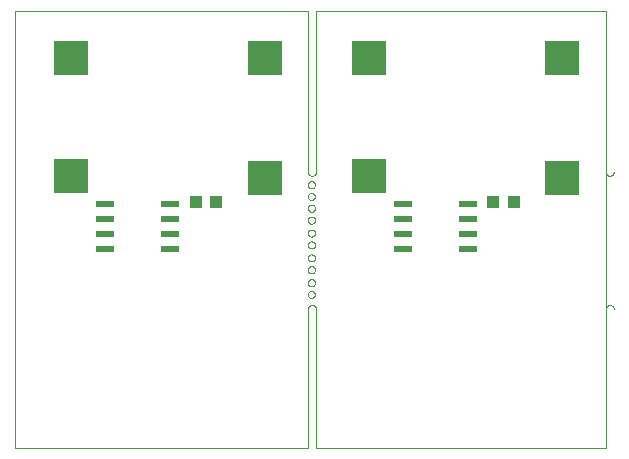
<source format=gbp>
G75*
%MOIN*%
%OFA0B0*%
%FSLAX25Y25*%
%IPPOS*%
%LPD*%
%AMOC8*
5,1,8,0,0,1.08239X$1,22.5*
%
%ADD10C,0.00000*%
%ADD11R,0.11811X0.11811*%
%ADD12R,0.06000X0.02400*%
%ADD13R,0.03937X0.04331*%
D10*
X0003787Y0004287D02*
X0003787Y0149957D01*
X0101425Y0149957D01*
X0101425Y0096413D01*
X0101427Y0096340D01*
X0101433Y0096267D01*
X0101443Y0096194D01*
X0101456Y0096122D01*
X0101474Y0096050D01*
X0101495Y0095980D01*
X0101520Y0095911D01*
X0101548Y0095844D01*
X0101580Y0095778D01*
X0101616Y0095713D01*
X0101655Y0095651D01*
X0101697Y0095591D01*
X0101742Y0095533D01*
X0101790Y0095478D01*
X0101842Y0095426D01*
X0101896Y0095376D01*
X0101952Y0095329D01*
X0102011Y0095285D01*
X0102072Y0095245D01*
X0102135Y0095208D01*
X0102200Y0095174D01*
X0102267Y0095143D01*
X0102336Y0095117D01*
X0102405Y0095094D01*
X0102476Y0095074D01*
X0102548Y0095059D01*
X0102620Y0095047D01*
X0102693Y0095039D01*
X0102766Y0095035D01*
X0102840Y0095035D01*
X0102913Y0095039D01*
X0102986Y0095047D01*
X0103058Y0095059D01*
X0103130Y0095074D01*
X0103201Y0095094D01*
X0103270Y0095117D01*
X0103339Y0095143D01*
X0103406Y0095174D01*
X0103471Y0095208D01*
X0103534Y0095245D01*
X0103595Y0095285D01*
X0103654Y0095329D01*
X0103710Y0095376D01*
X0103764Y0095426D01*
X0103816Y0095478D01*
X0103864Y0095533D01*
X0103909Y0095591D01*
X0103951Y0095651D01*
X0103990Y0095713D01*
X0104026Y0095778D01*
X0104058Y0095844D01*
X0104086Y0095911D01*
X0104111Y0095980D01*
X0104132Y0096050D01*
X0104150Y0096122D01*
X0104163Y0096194D01*
X0104173Y0096267D01*
X0104179Y0096340D01*
X0104181Y0096413D01*
X0104181Y0149957D01*
X0200638Y0149957D01*
X0200638Y0096413D01*
X0200638Y0050744D01*
X0200638Y0004287D01*
X0104181Y0004287D01*
X0104181Y0050744D01*
X0104169Y0050816D01*
X0104153Y0050888D01*
X0104133Y0050959D01*
X0104109Y0051029D01*
X0104082Y0051097D01*
X0104051Y0051164D01*
X0104016Y0051229D01*
X0103978Y0051293D01*
X0103937Y0051354D01*
X0103893Y0051413D01*
X0103846Y0051469D01*
X0103796Y0051523D01*
X0103743Y0051574D01*
X0103687Y0051622D01*
X0103629Y0051668D01*
X0103568Y0051710D01*
X0103506Y0051749D01*
X0103441Y0051784D01*
X0103375Y0051816D01*
X0103307Y0051845D01*
X0103238Y0051869D01*
X0103167Y0051891D01*
X0103095Y0051908D01*
X0103023Y0051921D01*
X0102950Y0051931D01*
X0102877Y0051937D01*
X0102803Y0051939D01*
X0102729Y0051937D01*
X0102656Y0051931D01*
X0102583Y0051921D01*
X0102511Y0051908D01*
X0102439Y0051891D01*
X0102368Y0051869D01*
X0102299Y0051845D01*
X0102231Y0051816D01*
X0102165Y0051784D01*
X0102100Y0051749D01*
X0102038Y0051710D01*
X0101977Y0051668D01*
X0101919Y0051622D01*
X0101863Y0051574D01*
X0101810Y0051523D01*
X0101760Y0051469D01*
X0101713Y0051413D01*
X0101669Y0051354D01*
X0101628Y0051293D01*
X0101590Y0051229D01*
X0101555Y0051164D01*
X0101524Y0051097D01*
X0101497Y0051029D01*
X0101473Y0050959D01*
X0101453Y0050888D01*
X0101437Y0050816D01*
X0101425Y0050744D01*
X0101425Y0004287D01*
X0003787Y0004287D01*
X0101425Y0055469D02*
X0101427Y0055538D01*
X0101433Y0055606D01*
X0101443Y0055674D01*
X0101457Y0055741D01*
X0101475Y0055808D01*
X0101496Y0055873D01*
X0101522Y0055937D01*
X0101551Y0055999D01*
X0101583Y0056059D01*
X0101619Y0056118D01*
X0101659Y0056174D01*
X0101701Y0056228D01*
X0101747Y0056279D01*
X0101796Y0056328D01*
X0101847Y0056374D01*
X0101901Y0056416D01*
X0101957Y0056456D01*
X0102015Y0056492D01*
X0102076Y0056524D01*
X0102138Y0056553D01*
X0102202Y0056579D01*
X0102267Y0056600D01*
X0102334Y0056618D01*
X0102401Y0056632D01*
X0102469Y0056642D01*
X0102537Y0056648D01*
X0102606Y0056650D01*
X0102675Y0056648D01*
X0102743Y0056642D01*
X0102811Y0056632D01*
X0102878Y0056618D01*
X0102945Y0056600D01*
X0103010Y0056579D01*
X0103074Y0056553D01*
X0103136Y0056524D01*
X0103196Y0056492D01*
X0103255Y0056456D01*
X0103311Y0056416D01*
X0103365Y0056374D01*
X0103416Y0056328D01*
X0103465Y0056279D01*
X0103511Y0056228D01*
X0103553Y0056174D01*
X0103593Y0056118D01*
X0103629Y0056059D01*
X0103661Y0055999D01*
X0103690Y0055937D01*
X0103716Y0055873D01*
X0103737Y0055808D01*
X0103755Y0055741D01*
X0103769Y0055674D01*
X0103779Y0055606D01*
X0103785Y0055538D01*
X0103787Y0055469D01*
X0103785Y0055400D01*
X0103779Y0055332D01*
X0103769Y0055264D01*
X0103755Y0055197D01*
X0103737Y0055130D01*
X0103716Y0055065D01*
X0103690Y0055001D01*
X0103661Y0054939D01*
X0103629Y0054878D01*
X0103593Y0054820D01*
X0103553Y0054764D01*
X0103511Y0054710D01*
X0103465Y0054659D01*
X0103416Y0054610D01*
X0103365Y0054564D01*
X0103311Y0054522D01*
X0103255Y0054482D01*
X0103197Y0054446D01*
X0103136Y0054414D01*
X0103074Y0054385D01*
X0103010Y0054359D01*
X0102945Y0054338D01*
X0102878Y0054320D01*
X0102811Y0054306D01*
X0102743Y0054296D01*
X0102675Y0054290D01*
X0102606Y0054288D01*
X0102537Y0054290D01*
X0102469Y0054296D01*
X0102401Y0054306D01*
X0102334Y0054320D01*
X0102267Y0054338D01*
X0102202Y0054359D01*
X0102138Y0054385D01*
X0102076Y0054414D01*
X0102015Y0054446D01*
X0101957Y0054482D01*
X0101901Y0054522D01*
X0101847Y0054564D01*
X0101796Y0054610D01*
X0101747Y0054659D01*
X0101701Y0054710D01*
X0101659Y0054764D01*
X0101619Y0054820D01*
X0101583Y0054878D01*
X0101551Y0054939D01*
X0101522Y0055001D01*
X0101496Y0055065D01*
X0101475Y0055130D01*
X0101457Y0055197D01*
X0101443Y0055264D01*
X0101433Y0055332D01*
X0101427Y0055400D01*
X0101425Y0055469D01*
X0101425Y0059406D02*
X0101427Y0059475D01*
X0101433Y0059543D01*
X0101443Y0059611D01*
X0101457Y0059678D01*
X0101475Y0059745D01*
X0101496Y0059810D01*
X0101522Y0059874D01*
X0101551Y0059936D01*
X0101583Y0059996D01*
X0101619Y0060055D01*
X0101659Y0060111D01*
X0101701Y0060165D01*
X0101747Y0060216D01*
X0101796Y0060265D01*
X0101847Y0060311D01*
X0101901Y0060353D01*
X0101957Y0060393D01*
X0102015Y0060429D01*
X0102076Y0060461D01*
X0102138Y0060490D01*
X0102202Y0060516D01*
X0102267Y0060537D01*
X0102334Y0060555D01*
X0102401Y0060569D01*
X0102469Y0060579D01*
X0102537Y0060585D01*
X0102606Y0060587D01*
X0102675Y0060585D01*
X0102743Y0060579D01*
X0102811Y0060569D01*
X0102878Y0060555D01*
X0102945Y0060537D01*
X0103010Y0060516D01*
X0103074Y0060490D01*
X0103136Y0060461D01*
X0103196Y0060429D01*
X0103255Y0060393D01*
X0103311Y0060353D01*
X0103365Y0060311D01*
X0103416Y0060265D01*
X0103465Y0060216D01*
X0103511Y0060165D01*
X0103553Y0060111D01*
X0103593Y0060055D01*
X0103629Y0059996D01*
X0103661Y0059936D01*
X0103690Y0059874D01*
X0103716Y0059810D01*
X0103737Y0059745D01*
X0103755Y0059678D01*
X0103769Y0059611D01*
X0103779Y0059543D01*
X0103785Y0059475D01*
X0103787Y0059406D01*
X0103785Y0059337D01*
X0103779Y0059269D01*
X0103769Y0059201D01*
X0103755Y0059134D01*
X0103737Y0059067D01*
X0103716Y0059002D01*
X0103690Y0058938D01*
X0103661Y0058876D01*
X0103629Y0058815D01*
X0103593Y0058757D01*
X0103553Y0058701D01*
X0103511Y0058647D01*
X0103465Y0058596D01*
X0103416Y0058547D01*
X0103365Y0058501D01*
X0103311Y0058459D01*
X0103255Y0058419D01*
X0103197Y0058383D01*
X0103136Y0058351D01*
X0103074Y0058322D01*
X0103010Y0058296D01*
X0102945Y0058275D01*
X0102878Y0058257D01*
X0102811Y0058243D01*
X0102743Y0058233D01*
X0102675Y0058227D01*
X0102606Y0058225D01*
X0102537Y0058227D01*
X0102469Y0058233D01*
X0102401Y0058243D01*
X0102334Y0058257D01*
X0102267Y0058275D01*
X0102202Y0058296D01*
X0102138Y0058322D01*
X0102076Y0058351D01*
X0102015Y0058383D01*
X0101957Y0058419D01*
X0101901Y0058459D01*
X0101847Y0058501D01*
X0101796Y0058547D01*
X0101747Y0058596D01*
X0101701Y0058647D01*
X0101659Y0058701D01*
X0101619Y0058757D01*
X0101583Y0058815D01*
X0101551Y0058876D01*
X0101522Y0058938D01*
X0101496Y0059002D01*
X0101475Y0059067D01*
X0101457Y0059134D01*
X0101443Y0059201D01*
X0101433Y0059269D01*
X0101427Y0059337D01*
X0101425Y0059406D01*
X0101425Y0063736D02*
X0101427Y0063805D01*
X0101433Y0063873D01*
X0101443Y0063941D01*
X0101457Y0064008D01*
X0101475Y0064075D01*
X0101496Y0064140D01*
X0101522Y0064204D01*
X0101551Y0064266D01*
X0101583Y0064326D01*
X0101619Y0064385D01*
X0101659Y0064441D01*
X0101701Y0064495D01*
X0101747Y0064546D01*
X0101796Y0064595D01*
X0101847Y0064641D01*
X0101901Y0064683D01*
X0101957Y0064723D01*
X0102015Y0064759D01*
X0102076Y0064791D01*
X0102138Y0064820D01*
X0102202Y0064846D01*
X0102267Y0064867D01*
X0102334Y0064885D01*
X0102401Y0064899D01*
X0102469Y0064909D01*
X0102537Y0064915D01*
X0102606Y0064917D01*
X0102675Y0064915D01*
X0102743Y0064909D01*
X0102811Y0064899D01*
X0102878Y0064885D01*
X0102945Y0064867D01*
X0103010Y0064846D01*
X0103074Y0064820D01*
X0103136Y0064791D01*
X0103196Y0064759D01*
X0103255Y0064723D01*
X0103311Y0064683D01*
X0103365Y0064641D01*
X0103416Y0064595D01*
X0103465Y0064546D01*
X0103511Y0064495D01*
X0103553Y0064441D01*
X0103593Y0064385D01*
X0103629Y0064326D01*
X0103661Y0064266D01*
X0103690Y0064204D01*
X0103716Y0064140D01*
X0103737Y0064075D01*
X0103755Y0064008D01*
X0103769Y0063941D01*
X0103779Y0063873D01*
X0103785Y0063805D01*
X0103787Y0063736D01*
X0103785Y0063667D01*
X0103779Y0063599D01*
X0103769Y0063531D01*
X0103755Y0063464D01*
X0103737Y0063397D01*
X0103716Y0063332D01*
X0103690Y0063268D01*
X0103661Y0063206D01*
X0103629Y0063145D01*
X0103593Y0063087D01*
X0103553Y0063031D01*
X0103511Y0062977D01*
X0103465Y0062926D01*
X0103416Y0062877D01*
X0103365Y0062831D01*
X0103311Y0062789D01*
X0103255Y0062749D01*
X0103197Y0062713D01*
X0103136Y0062681D01*
X0103074Y0062652D01*
X0103010Y0062626D01*
X0102945Y0062605D01*
X0102878Y0062587D01*
X0102811Y0062573D01*
X0102743Y0062563D01*
X0102675Y0062557D01*
X0102606Y0062555D01*
X0102537Y0062557D01*
X0102469Y0062563D01*
X0102401Y0062573D01*
X0102334Y0062587D01*
X0102267Y0062605D01*
X0102202Y0062626D01*
X0102138Y0062652D01*
X0102076Y0062681D01*
X0102015Y0062713D01*
X0101957Y0062749D01*
X0101901Y0062789D01*
X0101847Y0062831D01*
X0101796Y0062877D01*
X0101747Y0062926D01*
X0101701Y0062977D01*
X0101659Y0063031D01*
X0101619Y0063087D01*
X0101583Y0063145D01*
X0101551Y0063206D01*
X0101522Y0063268D01*
X0101496Y0063332D01*
X0101475Y0063397D01*
X0101457Y0063464D01*
X0101443Y0063531D01*
X0101433Y0063599D01*
X0101427Y0063667D01*
X0101425Y0063736D01*
X0101425Y0067673D02*
X0101427Y0067742D01*
X0101433Y0067810D01*
X0101443Y0067878D01*
X0101457Y0067945D01*
X0101475Y0068012D01*
X0101496Y0068077D01*
X0101522Y0068141D01*
X0101551Y0068203D01*
X0101583Y0068263D01*
X0101619Y0068322D01*
X0101659Y0068378D01*
X0101701Y0068432D01*
X0101747Y0068483D01*
X0101796Y0068532D01*
X0101847Y0068578D01*
X0101901Y0068620D01*
X0101957Y0068660D01*
X0102015Y0068696D01*
X0102076Y0068728D01*
X0102138Y0068757D01*
X0102202Y0068783D01*
X0102267Y0068804D01*
X0102334Y0068822D01*
X0102401Y0068836D01*
X0102469Y0068846D01*
X0102537Y0068852D01*
X0102606Y0068854D01*
X0102675Y0068852D01*
X0102743Y0068846D01*
X0102811Y0068836D01*
X0102878Y0068822D01*
X0102945Y0068804D01*
X0103010Y0068783D01*
X0103074Y0068757D01*
X0103136Y0068728D01*
X0103196Y0068696D01*
X0103255Y0068660D01*
X0103311Y0068620D01*
X0103365Y0068578D01*
X0103416Y0068532D01*
X0103465Y0068483D01*
X0103511Y0068432D01*
X0103553Y0068378D01*
X0103593Y0068322D01*
X0103629Y0068263D01*
X0103661Y0068203D01*
X0103690Y0068141D01*
X0103716Y0068077D01*
X0103737Y0068012D01*
X0103755Y0067945D01*
X0103769Y0067878D01*
X0103779Y0067810D01*
X0103785Y0067742D01*
X0103787Y0067673D01*
X0103785Y0067604D01*
X0103779Y0067536D01*
X0103769Y0067468D01*
X0103755Y0067401D01*
X0103737Y0067334D01*
X0103716Y0067269D01*
X0103690Y0067205D01*
X0103661Y0067143D01*
X0103629Y0067082D01*
X0103593Y0067024D01*
X0103553Y0066968D01*
X0103511Y0066914D01*
X0103465Y0066863D01*
X0103416Y0066814D01*
X0103365Y0066768D01*
X0103311Y0066726D01*
X0103255Y0066686D01*
X0103197Y0066650D01*
X0103136Y0066618D01*
X0103074Y0066589D01*
X0103010Y0066563D01*
X0102945Y0066542D01*
X0102878Y0066524D01*
X0102811Y0066510D01*
X0102743Y0066500D01*
X0102675Y0066494D01*
X0102606Y0066492D01*
X0102537Y0066494D01*
X0102469Y0066500D01*
X0102401Y0066510D01*
X0102334Y0066524D01*
X0102267Y0066542D01*
X0102202Y0066563D01*
X0102138Y0066589D01*
X0102076Y0066618D01*
X0102015Y0066650D01*
X0101957Y0066686D01*
X0101901Y0066726D01*
X0101847Y0066768D01*
X0101796Y0066814D01*
X0101747Y0066863D01*
X0101701Y0066914D01*
X0101659Y0066968D01*
X0101619Y0067024D01*
X0101583Y0067082D01*
X0101551Y0067143D01*
X0101522Y0067205D01*
X0101496Y0067269D01*
X0101475Y0067334D01*
X0101457Y0067401D01*
X0101443Y0067468D01*
X0101433Y0067536D01*
X0101427Y0067604D01*
X0101425Y0067673D01*
X0101425Y0072004D02*
X0101427Y0072073D01*
X0101433Y0072141D01*
X0101443Y0072209D01*
X0101457Y0072276D01*
X0101475Y0072343D01*
X0101496Y0072408D01*
X0101522Y0072472D01*
X0101551Y0072534D01*
X0101583Y0072594D01*
X0101619Y0072653D01*
X0101659Y0072709D01*
X0101701Y0072763D01*
X0101747Y0072814D01*
X0101796Y0072863D01*
X0101847Y0072909D01*
X0101901Y0072951D01*
X0101957Y0072991D01*
X0102015Y0073027D01*
X0102076Y0073059D01*
X0102138Y0073088D01*
X0102202Y0073114D01*
X0102267Y0073135D01*
X0102334Y0073153D01*
X0102401Y0073167D01*
X0102469Y0073177D01*
X0102537Y0073183D01*
X0102606Y0073185D01*
X0102675Y0073183D01*
X0102743Y0073177D01*
X0102811Y0073167D01*
X0102878Y0073153D01*
X0102945Y0073135D01*
X0103010Y0073114D01*
X0103074Y0073088D01*
X0103136Y0073059D01*
X0103196Y0073027D01*
X0103255Y0072991D01*
X0103311Y0072951D01*
X0103365Y0072909D01*
X0103416Y0072863D01*
X0103465Y0072814D01*
X0103511Y0072763D01*
X0103553Y0072709D01*
X0103593Y0072653D01*
X0103629Y0072594D01*
X0103661Y0072534D01*
X0103690Y0072472D01*
X0103716Y0072408D01*
X0103737Y0072343D01*
X0103755Y0072276D01*
X0103769Y0072209D01*
X0103779Y0072141D01*
X0103785Y0072073D01*
X0103787Y0072004D01*
X0103785Y0071935D01*
X0103779Y0071867D01*
X0103769Y0071799D01*
X0103755Y0071732D01*
X0103737Y0071665D01*
X0103716Y0071600D01*
X0103690Y0071536D01*
X0103661Y0071474D01*
X0103629Y0071413D01*
X0103593Y0071355D01*
X0103553Y0071299D01*
X0103511Y0071245D01*
X0103465Y0071194D01*
X0103416Y0071145D01*
X0103365Y0071099D01*
X0103311Y0071057D01*
X0103255Y0071017D01*
X0103197Y0070981D01*
X0103136Y0070949D01*
X0103074Y0070920D01*
X0103010Y0070894D01*
X0102945Y0070873D01*
X0102878Y0070855D01*
X0102811Y0070841D01*
X0102743Y0070831D01*
X0102675Y0070825D01*
X0102606Y0070823D01*
X0102537Y0070825D01*
X0102469Y0070831D01*
X0102401Y0070841D01*
X0102334Y0070855D01*
X0102267Y0070873D01*
X0102202Y0070894D01*
X0102138Y0070920D01*
X0102076Y0070949D01*
X0102015Y0070981D01*
X0101957Y0071017D01*
X0101901Y0071057D01*
X0101847Y0071099D01*
X0101796Y0071145D01*
X0101747Y0071194D01*
X0101701Y0071245D01*
X0101659Y0071299D01*
X0101619Y0071355D01*
X0101583Y0071413D01*
X0101551Y0071474D01*
X0101522Y0071536D01*
X0101496Y0071600D01*
X0101475Y0071665D01*
X0101457Y0071732D01*
X0101443Y0071799D01*
X0101433Y0071867D01*
X0101427Y0071935D01*
X0101425Y0072004D01*
X0101425Y0075941D02*
X0101427Y0076010D01*
X0101433Y0076078D01*
X0101443Y0076146D01*
X0101457Y0076213D01*
X0101475Y0076280D01*
X0101496Y0076345D01*
X0101522Y0076409D01*
X0101551Y0076471D01*
X0101583Y0076531D01*
X0101619Y0076590D01*
X0101659Y0076646D01*
X0101701Y0076700D01*
X0101747Y0076751D01*
X0101796Y0076800D01*
X0101847Y0076846D01*
X0101901Y0076888D01*
X0101957Y0076928D01*
X0102015Y0076964D01*
X0102076Y0076996D01*
X0102138Y0077025D01*
X0102202Y0077051D01*
X0102267Y0077072D01*
X0102334Y0077090D01*
X0102401Y0077104D01*
X0102469Y0077114D01*
X0102537Y0077120D01*
X0102606Y0077122D01*
X0102675Y0077120D01*
X0102743Y0077114D01*
X0102811Y0077104D01*
X0102878Y0077090D01*
X0102945Y0077072D01*
X0103010Y0077051D01*
X0103074Y0077025D01*
X0103136Y0076996D01*
X0103196Y0076964D01*
X0103255Y0076928D01*
X0103311Y0076888D01*
X0103365Y0076846D01*
X0103416Y0076800D01*
X0103465Y0076751D01*
X0103511Y0076700D01*
X0103553Y0076646D01*
X0103593Y0076590D01*
X0103629Y0076531D01*
X0103661Y0076471D01*
X0103690Y0076409D01*
X0103716Y0076345D01*
X0103737Y0076280D01*
X0103755Y0076213D01*
X0103769Y0076146D01*
X0103779Y0076078D01*
X0103785Y0076010D01*
X0103787Y0075941D01*
X0103785Y0075872D01*
X0103779Y0075804D01*
X0103769Y0075736D01*
X0103755Y0075669D01*
X0103737Y0075602D01*
X0103716Y0075537D01*
X0103690Y0075473D01*
X0103661Y0075411D01*
X0103629Y0075350D01*
X0103593Y0075292D01*
X0103553Y0075236D01*
X0103511Y0075182D01*
X0103465Y0075131D01*
X0103416Y0075082D01*
X0103365Y0075036D01*
X0103311Y0074994D01*
X0103255Y0074954D01*
X0103197Y0074918D01*
X0103136Y0074886D01*
X0103074Y0074857D01*
X0103010Y0074831D01*
X0102945Y0074810D01*
X0102878Y0074792D01*
X0102811Y0074778D01*
X0102743Y0074768D01*
X0102675Y0074762D01*
X0102606Y0074760D01*
X0102537Y0074762D01*
X0102469Y0074768D01*
X0102401Y0074778D01*
X0102334Y0074792D01*
X0102267Y0074810D01*
X0102202Y0074831D01*
X0102138Y0074857D01*
X0102076Y0074886D01*
X0102015Y0074918D01*
X0101957Y0074954D01*
X0101901Y0074994D01*
X0101847Y0075036D01*
X0101796Y0075082D01*
X0101747Y0075131D01*
X0101701Y0075182D01*
X0101659Y0075236D01*
X0101619Y0075292D01*
X0101583Y0075350D01*
X0101551Y0075411D01*
X0101522Y0075473D01*
X0101496Y0075537D01*
X0101475Y0075602D01*
X0101457Y0075669D01*
X0101443Y0075736D01*
X0101433Y0075804D01*
X0101427Y0075872D01*
X0101425Y0075941D01*
X0101425Y0080272D02*
X0101427Y0080341D01*
X0101433Y0080409D01*
X0101443Y0080477D01*
X0101457Y0080544D01*
X0101475Y0080611D01*
X0101496Y0080676D01*
X0101522Y0080740D01*
X0101551Y0080802D01*
X0101583Y0080862D01*
X0101619Y0080921D01*
X0101659Y0080977D01*
X0101701Y0081031D01*
X0101747Y0081082D01*
X0101796Y0081131D01*
X0101847Y0081177D01*
X0101901Y0081219D01*
X0101957Y0081259D01*
X0102015Y0081295D01*
X0102076Y0081327D01*
X0102138Y0081356D01*
X0102202Y0081382D01*
X0102267Y0081403D01*
X0102334Y0081421D01*
X0102401Y0081435D01*
X0102469Y0081445D01*
X0102537Y0081451D01*
X0102606Y0081453D01*
X0102675Y0081451D01*
X0102743Y0081445D01*
X0102811Y0081435D01*
X0102878Y0081421D01*
X0102945Y0081403D01*
X0103010Y0081382D01*
X0103074Y0081356D01*
X0103136Y0081327D01*
X0103196Y0081295D01*
X0103255Y0081259D01*
X0103311Y0081219D01*
X0103365Y0081177D01*
X0103416Y0081131D01*
X0103465Y0081082D01*
X0103511Y0081031D01*
X0103553Y0080977D01*
X0103593Y0080921D01*
X0103629Y0080862D01*
X0103661Y0080802D01*
X0103690Y0080740D01*
X0103716Y0080676D01*
X0103737Y0080611D01*
X0103755Y0080544D01*
X0103769Y0080477D01*
X0103779Y0080409D01*
X0103785Y0080341D01*
X0103787Y0080272D01*
X0103785Y0080203D01*
X0103779Y0080135D01*
X0103769Y0080067D01*
X0103755Y0080000D01*
X0103737Y0079933D01*
X0103716Y0079868D01*
X0103690Y0079804D01*
X0103661Y0079742D01*
X0103629Y0079681D01*
X0103593Y0079623D01*
X0103553Y0079567D01*
X0103511Y0079513D01*
X0103465Y0079462D01*
X0103416Y0079413D01*
X0103365Y0079367D01*
X0103311Y0079325D01*
X0103255Y0079285D01*
X0103197Y0079249D01*
X0103136Y0079217D01*
X0103074Y0079188D01*
X0103010Y0079162D01*
X0102945Y0079141D01*
X0102878Y0079123D01*
X0102811Y0079109D01*
X0102743Y0079099D01*
X0102675Y0079093D01*
X0102606Y0079091D01*
X0102537Y0079093D01*
X0102469Y0079099D01*
X0102401Y0079109D01*
X0102334Y0079123D01*
X0102267Y0079141D01*
X0102202Y0079162D01*
X0102138Y0079188D01*
X0102076Y0079217D01*
X0102015Y0079249D01*
X0101957Y0079285D01*
X0101901Y0079325D01*
X0101847Y0079367D01*
X0101796Y0079413D01*
X0101747Y0079462D01*
X0101701Y0079513D01*
X0101659Y0079567D01*
X0101619Y0079623D01*
X0101583Y0079681D01*
X0101551Y0079742D01*
X0101522Y0079804D01*
X0101496Y0079868D01*
X0101475Y0079933D01*
X0101457Y0080000D01*
X0101443Y0080067D01*
X0101433Y0080135D01*
X0101427Y0080203D01*
X0101425Y0080272D01*
X0101425Y0084209D02*
X0101427Y0084278D01*
X0101433Y0084346D01*
X0101443Y0084414D01*
X0101457Y0084481D01*
X0101475Y0084548D01*
X0101496Y0084613D01*
X0101522Y0084677D01*
X0101551Y0084739D01*
X0101583Y0084799D01*
X0101619Y0084858D01*
X0101659Y0084914D01*
X0101701Y0084968D01*
X0101747Y0085019D01*
X0101796Y0085068D01*
X0101847Y0085114D01*
X0101901Y0085156D01*
X0101957Y0085196D01*
X0102015Y0085232D01*
X0102076Y0085264D01*
X0102138Y0085293D01*
X0102202Y0085319D01*
X0102267Y0085340D01*
X0102334Y0085358D01*
X0102401Y0085372D01*
X0102469Y0085382D01*
X0102537Y0085388D01*
X0102606Y0085390D01*
X0102675Y0085388D01*
X0102743Y0085382D01*
X0102811Y0085372D01*
X0102878Y0085358D01*
X0102945Y0085340D01*
X0103010Y0085319D01*
X0103074Y0085293D01*
X0103136Y0085264D01*
X0103196Y0085232D01*
X0103255Y0085196D01*
X0103311Y0085156D01*
X0103365Y0085114D01*
X0103416Y0085068D01*
X0103465Y0085019D01*
X0103511Y0084968D01*
X0103553Y0084914D01*
X0103593Y0084858D01*
X0103629Y0084799D01*
X0103661Y0084739D01*
X0103690Y0084677D01*
X0103716Y0084613D01*
X0103737Y0084548D01*
X0103755Y0084481D01*
X0103769Y0084414D01*
X0103779Y0084346D01*
X0103785Y0084278D01*
X0103787Y0084209D01*
X0103785Y0084140D01*
X0103779Y0084072D01*
X0103769Y0084004D01*
X0103755Y0083937D01*
X0103737Y0083870D01*
X0103716Y0083805D01*
X0103690Y0083741D01*
X0103661Y0083679D01*
X0103629Y0083618D01*
X0103593Y0083560D01*
X0103553Y0083504D01*
X0103511Y0083450D01*
X0103465Y0083399D01*
X0103416Y0083350D01*
X0103365Y0083304D01*
X0103311Y0083262D01*
X0103255Y0083222D01*
X0103197Y0083186D01*
X0103136Y0083154D01*
X0103074Y0083125D01*
X0103010Y0083099D01*
X0102945Y0083078D01*
X0102878Y0083060D01*
X0102811Y0083046D01*
X0102743Y0083036D01*
X0102675Y0083030D01*
X0102606Y0083028D01*
X0102537Y0083030D01*
X0102469Y0083036D01*
X0102401Y0083046D01*
X0102334Y0083060D01*
X0102267Y0083078D01*
X0102202Y0083099D01*
X0102138Y0083125D01*
X0102076Y0083154D01*
X0102015Y0083186D01*
X0101957Y0083222D01*
X0101901Y0083262D01*
X0101847Y0083304D01*
X0101796Y0083350D01*
X0101747Y0083399D01*
X0101701Y0083450D01*
X0101659Y0083504D01*
X0101619Y0083560D01*
X0101583Y0083618D01*
X0101551Y0083679D01*
X0101522Y0083741D01*
X0101496Y0083805D01*
X0101475Y0083870D01*
X0101457Y0083937D01*
X0101443Y0084004D01*
X0101433Y0084072D01*
X0101427Y0084140D01*
X0101425Y0084209D01*
X0101425Y0088146D02*
X0101427Y0088215D01*
X0101433Y0088283D01*
X0101443Y0088351D01*
X0101457Y0088418D01*
X0101475Y0088485D01*
X0101496Y0088550D01*
X0101522Y0088614D01*
X0101551Y0088676D01*
X0101583Y0088736D01*
X0101619Y0088795D01*
X0101659Y0088851D01*
X0101701Y0088905D01*
X0101747Y0088956D01*
X0101796Y0089005D01*
X0101847Y0089051D01*
X0101901Y0089093D01*
X0101957Y0089133D01*
X0102015Y0089169D01*
X0102076Y0089201D01*
X0102138Y0089230D01*
X0102202Y0089256D01*
X0102267Y0089277D01*
X0102334Y0089295D01*
X0102401Y0089309D01*
X0102469Y0089319D01*
X0102537Y0089325D01*
X0102606Y0089327D01*
X0102675Y0089325D01*
X0102743Y0089319D01*
X0102811Y0089309D01*
X0102878Y0089295D01*
X0102945Y0089277D01*
X0103010Y0089256D01*
X0103074Y0089230D01*
X0103136Y0089201D01*
X0103196Y0089169D01*
X0103255Y0089133D01*
X0103311Y0089093D01*
X0103365Y0089051D01*
X0103416Y0089005D01*
X0103465Y0088956D01*
X0103511Y0088905D01*
X0103553Y0088851D01*
X0103593Y0088795D01*
X0103629Y0088736D01*
X0103661Y0088676D01*
X0103690Y0088614D01*
X0103716Y0088550D01*
X0103737Y0088485D01*
X0103755Y0088418D01*
X0103769Y0088351D01*
X0103779Y0088283D01*
X0103785Y0088215D01*
X0103787Y0088146D01*
X0103785Y0088077D01*
X0103779Y0088009D01*
X0103769Y0087941D01*
X0103755Y0087874D01*
X0103737Y0087807D01*
X0103716Y0087742D01*
X0103690Y0087678D01*
X0103661Y0087616D01*
X0103629Y0087555D01*
X0103593Y0087497D01*
X0103553Y0087441D01*
X0103511Y0087387D01*
X0103465Y0087336D01*
X0103416Y0087287D01*
X0103365Y0087241D01*
X0103311Y0087199D01*
X0103255Y0087159D01*
X0103197Y0087123D01*
X0103136Y0087091D01*
X0103074Y0087062D01*
X0103010Y0087036D01*
X0102945Y0087015D01*
X0102878Y0086997D01*
X0102811Y0086983D01*
X0102743Y0086973D01*
X0102675Y0086967D01*
X0102606Y0086965D01*
X0102537Y0086967D01*
X0102469Y0086973D01*
X0102401Y0086983D01*
X0102334Y0086997D01*
X0102267Y0087015D01*
X0102202Y0087036D01*
X0102138Y0087062D01*
X0102076Y0087091D01*
X0102015Y0087123D01*
X0101957Y0087159D01*
X0101901Y0087199D01*
X0101847Y0087241D01*
X0101796Y0087287D01*
X0101747Y0087336D01*
X0101701Y0087387D01*
X0101659Y0087441D01*
X0101619Y0087497D01*
X0101583Y0087555D01*
X0101551Y0087616D01*
X0101522Y0087678D01*
X0101496Y0087742D01*
X0101475Y0087807D01*
X0101457Y0087874D01*
X0101443Y0087941D01*
X0101433Y0088009D01*
X0101427Y0088077D01*
X0101425Y0088146D01*
X0101425Y0092083D02*
X0101427Y0092152D01*
X0101433Y0092220D01*
X0101443Y0092288D01*
X0101457Y0092355D01*
X0101475Y0092422D01*
X0101496Y0092487D01*
X0101522Y0092551D01*
X0101551Y0092613D01*
X0101583Y0092673D01*
X0101619Y0092732D01*
X0101659Y0092788D01*
X0101701Y0092842D01*
X0101747Y0092893D01*
X0101796Y0092942D01*
X0101847Y0092988D01*
X0101901Y0093030D01*
X0101957Y0093070D01*
X0102015Y0093106D01*
X0102076Y0093138D01*
X0102138Y0093167D01*
X0102202Y0093193D01*
X0102267Y0093214D01*
X0102334Y0093232D01*
X0102401Y0093246D01*
X0102469Y0093256D01*
X0102537Y0093262D01*
X0102606Y0093264D01*
X0102675Y0093262D01*
X0102743Y0093256D01*
X0102811Y0093246D01*
X0102878Y0093232D01*
X0102945Y0093214D01*
X0103010Y0093193D01*
X0103074Y0093167D01*
X0103136Y0093138D01*
X0103196Y0093106D01*
X0103255Y0093070D01*
X0103311Y0093030D01*
X0103365Y0092988D01*
X0103416Y0092942D01*
X0103465Y0092893D01*
X0103511Y0092842D01*
X0103553Y0092788D01*
X0103593Y0092732D01*
X0103629Y0092673D01*
X0103661Y0092613D01*
X0103690Y0092551D01*
X0103716Y0092487D01*
X0103737Y0092422D01*
X0103755Y0092355D01*
X0103769Y0092288D01*
X0103779Y0092220D01*
X0103785Y0092152D01*
X0103787Y0092083D01*
X0103785Y0092014D01*
X0103779Y0091946D01*
X0103769Y0091878D01*
X0103755Y0091811D01*
X0103737Y0091744D01*
X0103716Y0091679D01*
X0103690Y0091615D01*
X0103661Y0091553D01*
X0103629Y0091492D01*
X0103593Y0091434D01*
X0103553Y0091378D01*
X0103511Y0091324D01*
X0103465Y0091273D01*
X0103416Y0091224D01*
X0103365Y0091178D01*
X0103311Y0091136D01*
X0103255Y0091096D01*
X0103197Y0091060D01*
X0103136Y0091028D01*
X0103074Y0090999D01*
X0103010Y0090973D01*
X0102945Y0090952D01*
X0102878Y0090934D01*
X0102811Y0090920D01*
X0102743Y0090910D01*
X0102675Y0090904D01*
X0102606Y0090902D01*
X0102537Y0090904D01*
X0102469Y0090910D01*
X0102401Y0090920D01*
X0102334Y0090934D01*
X0102267Y0090952D01*
X0102202Y0090973D01*
X0102138Y0090999D01*
X0102076Y0091028D01*
X0102015Y0091060D01*
X0101957Y0091096D01*
X0101901Y0091136D01*
X0101847Y0091178D01*
X0101796Y0091224D01*
X0101747Y0091273D01*
X0101701Y0091324D01*
X0101659Y0091378D01*
X0101619Y0091434D01*
X0101583Y0091492D01*
X0101551Y0091553D01*
X0101522Y0091615D01*
X0101496Y0091679D01*
X0101475Y0091744D01*
X0101457Y0091811D01*
X0101443Y0091878D01*
X0101433Y0091946D01*
X0101427Y0092014D01*
X0101425Y0092083D01*
X0200638Y0096413D02*
X0200640Y0096340D01*
X0200646Y0096267D01*
X0200656Y0096194D01*
X0200669Y0096122D01*
X0200687Y0096050D01*
X0200708Y0095980D01*
X0200733Y0095911D01*
X0200761Y0095844D01*
X0200793Y0095778D01*
X0200829Y0095713D01*
X0200868Y0095651D01*
X0200910Y0095591D01*
X0200955Y0095533D01*
X0201003Y0095478D01*
X0201055Y0095426D01*
X0201109Y0095376D01*
X0201165Y0095329D01*
X0201224Y0095285D01*
X0201285Y0095245D01*
X0201348Y0095208D01*
X0201413Y0095174D01*
X0201480Y0095143D01*
X0201549Y0095117D01*
X0201618Y0095094D01*
X0201689Y0095074D01*
X0201761Y0095059D01*
X0201833Y0095047D01*
X0201906Y0095039D01*
X0201979Y0095035D01*
X0202053Y0095035D01*
X0202126Y0095039D01*
X0202199Y0095047D01*
X0202271Y0095059D01*
X0202343Y0095074D01*
X0202414Y0095094D01*
X0202483Y0095117D01*
X0202552Y0095143D01*
X0202619Y0095174D01*
X0202684Y0095208D01*
X0202747Y0095245D01*
X0202808Y0095285D01*
X0202867Y0095329D01*
X0202923Y0095376D01*
X0202977Y0095426D01*
X0203029Y0095478D01*
X0203077Y0095533D01*
X0203122Y0095591D01*
X0203164Y0095651D01*
X0203203Y0095713D01*
X0203239Y0095778D01*
X0203271Y0095844D01*
X0203299Y0095911D01*
X0203324Y0095980D01*
X0203345Y0096050D01*
X0203363Y0096122D01*
X0203376Y0096194D01*
X0203386Y0096267D01*
X0203392Y0096340D01*
X0203394Y0096413D01*
X0203394Y0050744D02*
X0203382Y0050816D01*
X0203366Y0050888D01*
X0203346Y0050959D01*
X0203322Y0051029D01*
X0203295Y0051097D01*
X0203264Y0051164D01*
X0203229Y0051229D01*
X0203191Y0051293D01*
X0203150Y0051354D01*
X0203106Y0051413D01*
X0203059Y0051469D01*
X0203009Y0051523D01*
X0202956Y0051574D01*
X0202900Y0051622D01*
X0202842Y0051668D01*
X0202781Y0051710D01*
X0202719Y0051749D01*
X0202654Y0051784D01*
X0202588Y0051816D01*
X0202520Y0051845D01*
X0202451Y0051869D01*
X0202380Y0051891D01*
X0202308Y0051908D01*
X0202236Y0051921D01*
X0202163Y0051931D01*
X0202090Y0051937D01*
X0202016Y0051939D01*
X0201942Y0051937D01*
X0201869Y0051931D01*
X0201796Y0051921D01*
X0201724Y0051908D01*
X0201652Y0051891D01*
X0201581Y0051869D01*
X0201512Y0051845D01*
X0201444Y0051816D01*
X0201378Y0051784D01*
X0201313Y0051749D01*
X0201251Y0051710D01*
X0201190Y0051668D01*
X0201132Y0051622D01*
X0201076Y0051574D01*
X0201023Y0051523D01*
X0200973Y0051469D01*
X0200926Y0051413D01*
X0200882Y0051354D01*
X0200841Y0051293D01*
X0200803Y0051229D01*
X0200768Y0051164D01*
X0200737Y0051097D01*
X0200710Y0051029D01*
X0200686Y0050959D01*
X0200666Y0050888D01*
X0200650Y0050816D01*
X0200638Y0050744D01*
D11*
X0186268Y0094287D03*
X0186268Y0134445D03*
X0121701Y0134445D03*
X0087055Y0134445D03*
X0121701Y0095075D03*
X0087055Y0094287D03*
X0022488Y0095075D03*
X0022488Y0134445D03*
D12*
X0033932Y0085528D03*
X0033932Y0080528D03*
X0033932Y0075528D03*
X0033932Y0070528D03*
X0055532Y0070528D03*
X0055532Y0075528D03*
X0055532Y0080528D03*
X0055532Y0085528D03*
X0133145Y0085528D03*
X0133145Y0080528D03*
X0133145Y0075528D03*
X0133145Y0070528D03*
X0154745Y0070528D03*
X0154745Y0075528D03*
X0154745Y0080528D03*
X0154745Y0085528D03*
D13*
X0163276Y0086374D03*
X0169969Y0086374D03*
X0070756Y0086374D03*
X0064063Y0086374D03*
M02*

</source>
